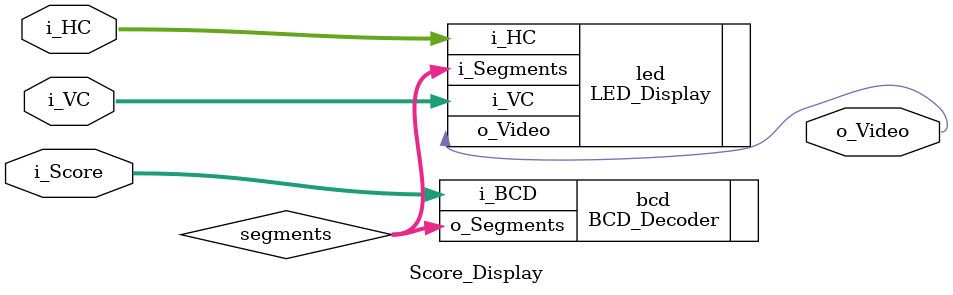
<source format=v>
`include "BCD_Decoder.v"
`include "LED_Display.v"

module Score_Display(
  input [3:0] i_Score,
  input [9:0] i_HC,
  input [9:0] i_VC,
  output o_Video
);

  parameter p_POSX = 0;
  parameter p_POSY = 0;

  wire [6:0] segments;

  BCD_Decoder bcd(
    .i_BCD(i_Score),
    .o_Segments(segments)
  );

  LED_Display #(
    .p_POSX(p_POSX),
    .p_POSY(p_POSY)
  ) led(
    .i_Segments(segments),
    .i_HC(i_HC),
    .i_VC(i_VC),
    .o_Video(o_Video)
  );

endmodule
</source>
